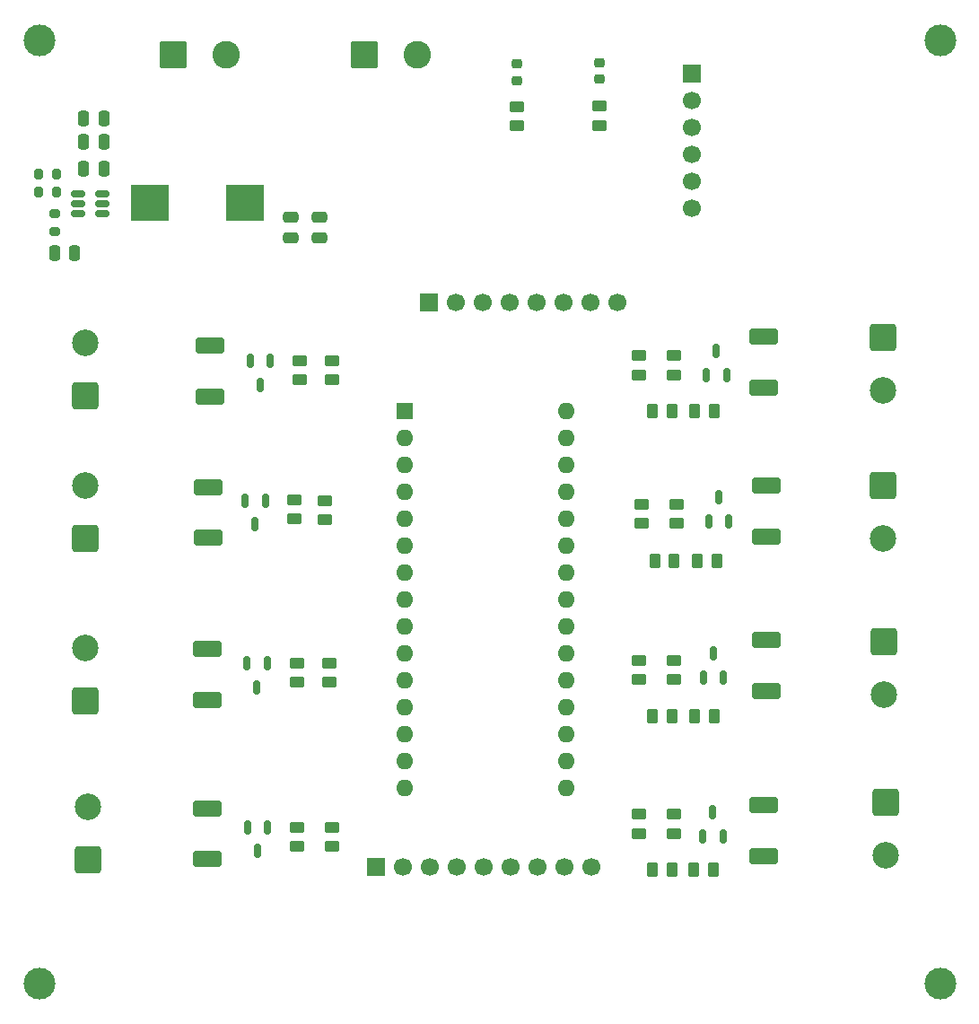
<source format=gbr>
%TF.GenerationSoftware,KiCad,Pcbnew,9.0.6*%
%TF.CreationDate,2026-02-12T10:09:27-05:00*%
%TF.ProjectId,polaris3.1,706f6c61-7269-4733-932e-312e6b696361,rev?*%
%TF.SameCoordinates,Original*%
%TF.FileFunction,Soldermask,Top*%
%TF.FilePolarity,Negative*%
%FSLAX46Y46*%
G04 Gerber Fmt 4.6, Leading zero omitted, Abs format (unit mm)*
G04 Created by KiCad (PCBNEW 9.0.6) date 2026-02-12 10:09:27*
%MOMM*%
%LPD*%
G01*
G04 APERTURE LIST*
G04 Aperture macros list*
%AMRoundRect*
0 Rectangle with rounded corners*
0 $1 Rounding radius*
0 $2 $3 $4 $5 $6 $7 $8 $9 X,Y pos of 4 corners*
0 Add a 4 corners polygon primitive as box body*
4,1,4,$2,$3,$4,$5,$6,$7,$8,$9,$2,$3,0*
0 Add four circle primitives for the rounded corners*
1,1,$1+$1,$2,$3*
1,1,$1+$1,$4,$5*
1,1,$1+$1,$6,$7*
1,1,$1+$1,$8,$9*
0 Add four rect primitives between the rounded corners*
20,1,$1+$1,$2,$3,$4,$5,0*
20,1,$1+$1,$4,$5,$6,$7,0*
20,1,$1+$1,$6,$7,$8,$9,0*
20,1,$1+$1,$8,$9,$2,$3,0*%
G04 Aperture macros list end*
%ADD10RoundRect,0.200000X0.200000X0.275000X-0.200000X0.275000X-0.200000X-0.275000X0.200000X-0.275000X0*%
%ADD11C,3.000000*%
%ADD12RoundRect,0.250000X-0.450000X0.262500X-0.450000X-0.262500X0.450000X-0.262500X0.450000X0.262500X0*%
%ADD13RoundRect,0.250000X-0.475000X0.250000X-0.475000X-0.250000X0.475000X-0.250000X0.475000X0.250000X0*%
%ADD14RoundRect,0.250000X0.262500X0.450000X-0.262500X0.450000X-0.262500X-0.450000X0.262500X-0.450000X0*%
%ADD15RoundRect,0.250000X-1.100000X0.500000X-1.100000X-0.500000X1.100000X-0.500000X1.100000X0.500000X0*%
%ADD16RoundRect,0.250000X-1.000000X1.000000X-1.000000X-1.000000X1.000000X-1.000000X1.000000X1.000000X0*%
%ADD17C,2.500000*%
%ADD18RoundRect,0.250000X1.000000X-1.000000X1.000000X1.000000X-1.000000X1.000000X-1.000000X-1.000000X0*%
%ADD19R,1.700000X1.700000*%
%ADD20C,1.700000*%
%ADD21RoundRect,0.150000X0.150000X-0.512500X0.150000X0.512500X-0.150000X0.512500X-0.150000X-0.512500X0*%
%ADD22RoundRect,0.150000X0.512500X0.150000X-0.512500X0.150000X-0.512500X-0.150000X0.512500X-0.150000X0*%
%ADD23RoundRect,0.250000X-1.050000X-1.050000X1.050000X-1.050000X1.050000X1.050000X-1.050000X1.050000X0*%
%ADD24C,2.600000*%
%ADD25RoundRect,0.200000X-0.275000X0.200000X-0.275000X-0.200000X0.275000X-0.200000X0.275000X0.200000X0*%
%ADD26RoundRect,0.218750X-0.256250X0.218750X-0.256250X-0.218750X0.256250X-0.218750X0.256250X0.218750X0*%
%ADD27R,3.550000X3.500000*%
%ADD28RoundRect,0.150000X-0.150000X0.512500X-0.150000X-0.512500X0.150000X-0.512500X0.150000X0.512500X0*%
%ADD29RoundRect,0.250000X0.450000X-0.262500X0.450000X0.262500X-0.450000X0.262500X-0.450000X-0.262500X0*%
%ADD30RoundRect,0.250000X0.250000X0.475000X-0.250000X0.475000X-0.250000X-0.475000X0.250000X-0.475000X0*%
%ADD31RoundRect,0.200000X-0.200000X-0.275000X0.200000X-0.275000X0.200000X0.275000X-0.200000X0.275000X0*%
%ADD32R,1.600000X1.600000*%
%ADD33O,1.600000X1.600000*%
G04 APERTURE END LIST*
D10*
%TO.C,R13*%
X121000000Y-55350000D03*
X119350000Y-55350000D03*
%TD*%
D11*
%TO.C,H3*%
X119400000Y-130000000D03*
%TD*%
D12*
%TO.C,R1*%
X144000000Y-71215000D03*
X144000000Y-73040000D03*
%TD*%
D13*
%TO.C,C6*%
X145850000Y-57700000D03*
X145850000Y-59600000D03*
%TD*%
D14*
%TO.C,R21*%
X179325000Y-90075000D03*
X177500000Y-90075000D03*
%TD*%
D15*
%TO.C,D11*%
X188000000Y-97600000D03*
X188000000Y-102400000D03*
%TD*%
D16*
%TO.C,J11*%
X199000000Y-69000000D03*
D17*
X199000000Y-74000000D03*
%TD*%
D12*
%TO.C,R7*%
X143750000Y-99750000D03*
X143750000Y-101575000D03*
%TD*%
%TO.C,R11*%
X176000000Y-70750000D03*
X176000000Y-72575000D03*
%TD*%
D18*
%TO.C,J4*%
X123750000Y-103300000D03*
D17*
X123750000Y-98300000D03*
%TD*%
D12*
%TO.C,R23*%
X179250000Y-99500000D03*
X179250000Y-101325000D03*
%TD*%
D19*
%TO.C,J8*%
X156130000Y-65750000D03*
D20*
X158670000Y-65750000D03*
X161210000Y-65750000D03*
X163750000Y-65750000D03*
X166290000Y-65750000D03*
X168830000Y-65750000D03*
X171370000Y-65750000D03*
X173910000Y-65750000D03*
%TD*%
D21*
%TO.C,Q2*%
X182050000Y-101100000D03*
X183950000Y-101100000D03*
X183000000Y-98825000D03*
%TD*%
D14*
%TO.C,R16*%
X183075000Y-76000000D03*
X181250000Y-76000000D03*
%TD*%
D16*
%TO.C,J12*%
X199000000Y-83000000D03*
D17*
X199000000Y-88000000D03*
%TD*%
D16*
%TO.C,J6*%
X199082500Y-97750000D03*
D17*
X199082500Y-102750000D03*
%TD*%
D11*
%TO.C,H2*%
X204400000Y-41000000D03*
%TD*%
D21*
%TO.C,Q4*%
X182550000Y-86350000D03*
X184450000Y-86350000D03*
X183500000Y-84075000D03*
%TD*%
D12*
%TO.C,R5*%
X146750000Y-99750000D03*
X146750000Y-101575000D03*
%TD*%
D22*
%TO.C,U2*%
X125350000Y-57350000D03*
X125350000Y-56400000D03*
X125350000Y-55450000D03*
X123075000Y-55450000D03*
X123075000Y-56400000D03*
X123075000Y-57350000D03*
%TD*%
D15*
%TO.C,D3*%
X135250000Y-98450000D03*
X135250000Y-103250000D03*
%TD*%
D23*
%TO.C,J1*%
X150100000Y-42350000D03*
D24*
X155100000Y-42350000D03*
%TD*%
D25*
%TO.C,R14*%
X120850000Y-57350000D03*
X120850000Y-59000000D03*
%TD*%
D26*
%TO.C,D6*%
X172250000Y-43112500D03*
X172250000Y-44687500D03*
%TD*%
D15*
%TO.C,D9*%
X187750000Y-68950000D03*
X187750000Y-73750000D03*
%TD*%
D12*
%TO.C,R26*%
X176000000Y-114000000D03*
X176000000Y-115825000D03*
%TD*%
%TO.C,R18*%
X176250000Y-84750000D03*
X176250000Y-86575000D03*
%TD*%
%TO.C,R15*%
X179250000Y-70750000D03*
X179250000Y-72575000D03*
%TD*%
%TO.C,R27*%
X179250000Y-114000000D03*
X179250000Y-115825000D03*
%TD*%
D21*
%TO.C,Q1*%
X182350000Y-72575000D03*
X184250000Y-72575000D03*
X183300000Y-70300000D03*
%TD*%
D27*
%TO.C,L1*%
X129850000Y-56350000D03*
X138800000Y-56350000D03*
%TD*%
D28*
%TO.C,Q5*%
X141200000Y-71215000D03*
X139300000Y-71215000D03*
X140250000Y-73490000D03*
%TD*%
D14*
%TO.C,R24*%
X183075000Y-104750000D03*
X181250000Y-104750000D03*
%TD*%
D29*
%TO.C,R10*%
X164500000Y-49075000D03*
X164500000Y-47250000D03*
%TD*%
D12*
%TO.C,R3*%
X146332500Y-84400000D03*
X146332500Y-86225000D03*
%TD*%
D29*
%TO.C,R9*%
X172250000Y-49012500D03*
X172250000Y-47187500D03*
%TD*%
D18*
%TO.C,J3*%
X123750000Y-88000000D03*
D17*
X123750000Y-83000000D03*
%TD*%
D12*
%TO.C,R4*%
X143500000Y-84325000D03*
X143500000Y-86150000D03*
%TD*%
%TO.C,R22*%
X176000000Y-99500000D03*
X176000000Y-101325000D03*
%TD*%
D15*
%TO.C,D10*%
X135500000Y-69815000D03*
X135500000Y-74615000D03*
%TD*%
D14*
%TO.C,R25*%
X179075000Y-104750000D03*
X177250000Y-104750000D03*
%TD*%
D13*
%TO.C,C4*%
X143100000Y-57700000D03*
X143100000Y-59600000D03*
%TD*%
D16*
%TO.C,J13*%
X199232500Y-112900000D03*
D17*
X199232500Y-117900000D03*
%TD*%
D23*
%TO.C,J7*%
X132000000Y-42350000D03*
D24*
X137000000Y-42350000D03*
%TD*%
D18*
%TO.C,J2*%
X123750000Y-74500000D03*
D17*
X123750000Y-69500000D03*
%TD*%
D11*
%TO.C,H4*%
X204400000Y-130000000D03*
%TD*%
D12*
%TO.C,R19*%
X179500000Y-84750000D03*
X179500000Y-86575000D03*
%TD*%
%TO.C,R6*%
X147000000Y-115250000D03*
X147000000Y-117075000D03*
%TD*%
D19*
%TO.C,IMU1*%
X181000000Y-44100000D03*
D20*
X181000000Y-46640000D03*
X181000000Y-49180000D03*
X181000000Y-51720000D03*
X181000000Y-54260000D03*
X181000000Y-56800000D03*
%TD*%
D30*
%TO.C,C3*%
X125500000Y-53100000D03*
X123600000Y-53100000D03*
%TD*%
D14*
%TO.C,R20*%
X183325000Y-90075000D03*
X181500000Y-90075000D03*
%TD*%
D18*
%TO.C,J5*%
X124000000Y-118300000D03*
D17*
X124000000Y-113300000D03*
%TD*%
D28*
%TO.C,Q8*%
X140950000Y-115225000D03*
X139050000Y-115225000D03*
X140000000Y-117500000D03*
%TD*%
D11*
%TO.C,H1*%
X119400000Y-41000000D03*
%TD*%
D30*
%TO.C,C1*%
X125500000Y-48350000D03*
X123600000Y-48350000D03*
%TD*%
D15*
%TO.C,D4*%
X135250000Y-113450000D03*
X135250000Y-118250000D03*
%TD*%
D30*
%TO.C,C2*%
X125500000Y-50600000D03*
X123600000Y-50600000D03*
%TD*%
D15*
%TO.C,D1*%
X135332500Y-83150000D03*
X135332500Y-87950000D03*
%TD*%
D21*
%TO.C,Q3*%
X182000000Y-116075000D03*
X183900000Y-116075000D03*
X182950000Y-113800000D03*
%TD*%
D15*
%TO.C,D8*%
X187750000Y-113175000D03*
X187750000Y-117975000D03*
%TD*%
D31*
%TO.C,R12*%
X119350000Y-53600000D03*
X121000000Y-53600000D03*
%TD*%
D14*
%TO.C,R17*%
X179075000Y-76000000D03*
X177250000Y-76000000D03*
%TD*%
D15*
%TO.C,D2*%
X188000000Y-83025000D03*
X188000000Y-87825000D03*
%TD*%
D12*
%TO.C,R2*%
X147000000Y-71215000D03*
X147000000Y-73040000D03*
%TD*%
D28*
%TO.C,Q6*%
X140732500Y-84400000D03*
X138832500Y-84400000D03*
X139782500Y-86675000D03*
%TD*%
D12*
%TO.C,R8*%
X143750000Y-115250000D03*
X143750000Y-117075000D03*
%TD*%
D32*
%TO.C,A1*%
X153890000Y-75950000D03*
D33*
X153890000Y-78490000D03*
X153890000Y-81030000D03*
X153890000Y-83570000D03*
X153890000Y-86110000D03*
X153890000Y-88650000D03*
X153890000Y-91190000D03*
X153890000Y-93730000D03*
X153890000Y-96270000D03*
X153890000Y-98810000D03*
X153890000Y-101350000D03*
X153890000Y-103890000D03*
X153890000Y-106430000D03*
X153890000Y-108970000D03*
X153890000Y-111510000D03*
X169130000Y-111510000D03*
X169130000Y-108970000D03*
X169130000Y-106430000D03*
X169130000Y-103890000D03*
X169130000Y-101350000D03*
X169130000Y-98810000D03*
X169130000Y-96270000D03*
X169130000Y-93730000D03*
X169130000Y-91190000D03*
X169130000Y-88650000D03*
X169130000Y-86110000D03*
X169130000Y-83570000D03*
X169130000Y-81030000D03*
X169130000Y-78490000D03*
X169130000Y-75950000D03*
%TD*%
D28*
%TO.C,Q7*%
X140900000Y-99750000D03*
X139000000Y-99750000D03*
X139950000Y-102025000D03*
%TD*%
D14*
%TO.C,R28*%
X182987500Y-119250000D03*
X181162500Y-119250000D03*
%TD*%
%TO.C,R29*%
X179075000Y-119250000D03*
X177250000Y-119250000D03*
%TD*%
D26*
%TO.C,D7*%
X164500000Y-43225000D03*
X164500000Y-44800000D03*
%TD*%
D30*
%TO.C,C5*%
X122750000Y-61100000D03*
X120850000Y-61100000D03*
%TD*%
D19*
%TO.C,J10*%
X151170000Y-119000000D03*
D20*
X153710000Y-119000000D03*
X156250000Y-119000000D03*
X158790000Y-119000000D03*
X161330000Y-119000000D03*
X163870000Y-119000000D03*
X166410000Y-119000000D03*
X168950000Y-119000000D03*
X171490000Y-119000000D03*
%TD*%
M02*

</source>
